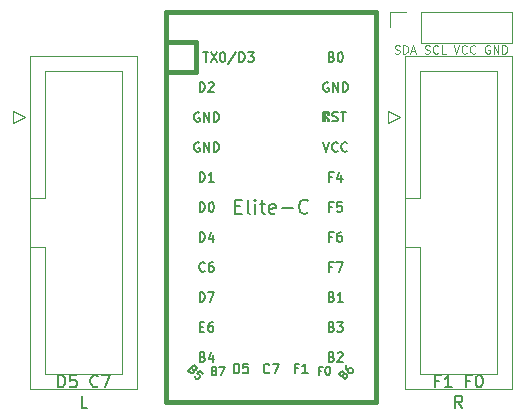
<source format=gto>
%TF.GenerationSoftware,KiCad,Pcbnew,(5.1.12-1-10_14)*%
%TF.CreationDate,2021-11-20T17:27:35+08:00*%
%TF.ProjectId,Pragmatic,50726167-6d61-4746-9963-2e6b69636164,V0.1*%
%TF.SameCoordinates,Original*%
%TF.FileFunction,Legend,Top*%
%TF.FilePolarity,Positive*%
%FSLAX46Y46*%
G04 Gerber Fmt 4.6, Leading zero omitted, Abs format (unit mm)*
G04 Created by KiCad (PCBNEW (5.1.12-1-10_14)) date 2021-11-20 17:27:35*
%MOMM*%
%LPD*%
G01*
G04 APERTURE LIST*
%ADD10C,0.203200*%
%ADD11C,0.152400*%
%ADD12C,0.101600*%
%ADD13C,0.120000*%
%ADD14C,0.381000*%
%ADD15C,0.150000*%
%ADD16O,1.700000X1.700000*%
%ADD17C,1.700000*%
%ADD18C,1.752600*%
%ADD19R,1.752600X1.752600*%
%ADD20R,1.700000X1.700000*%
G04 APERTURE END LIST*
D10*
X155889476Y-79199619D02*
X155550809Y-78715809D01*
X155308904Y-79199619D02*
X155308904Y-78183619D01*
X155695952Y-78183619D01*
X155792714Y-78232000D01*
X155841095Y-78280380D01*
X155889476Y-78377142D01*
X155889476Y-78522285D01*
X155841095Y-78619047D01*
X155792714Y-78667428D01*
X155695952Y-78715809D01*
X155308904Y-78715809D01*
X124139476Y-79199619D02*
X123655666Y-79199619D01*
X123655666Y-78183619D01*
D11*
X153930047Y-76914828D02*
X153591380Y-76914828D01*
X153591380Y-77447019D02*
X153591380Y-76431019D01*
X154075190Y-76431019D01*
X154994428Y-77447019D02*
X154413857Y-77447019D01*
X154704142Y-77447019D02*
X154704142Y-76431019D01*
X154607380Y-76576161D01*
X154510619Y-76672923D01*
X154413857Y-76721304D01*
X156542619Y-76914828D02*
X156203952Y-76914828D01*
X156203952Y-77447019D02*
X156203952Y-76431019D01*
X156687761Y-76431019D01*
X157268333Y-76431019D02*
X157365095Y-76431019D01*
X157461857Y-76479400D01*
X157510238Y-76527780D01*
X157558619Y-76624542D01*
X157607000Y-76818066D01*
X157607000Y-77059971D01*
X157558619Y-77253495D01*
X157510238Y-77350257D01*
X157461857Y-77398638D01*
X157365095Y-77447019D01*
X157268333Y-77447019D01*
X157171571Y-77398638D01*
X157123190Y-77350257D01*
X157074809Y-77253495D01*
X157026428Y-77059971D01*
X157026428Y-76818066D01*
X157074809Y-76624542D01*
X157123190Y-76527780D01*
X157171571Y-76479400D01*
X157268333Y-76431019D01*
X121696238Y-77447019D02*
X121696238Y-76431019D01*
X121938142Y-76431019D01*
X122083285Y-76479400D01*
X122180047Y-76576161D01*
X122228428Y-76672923D01*
X122276809Y-76866447D01*
X122276809Y-77011590D01*
X122228428Y-77205114D01*
X122180047Y-77301876D01*
X122083285Y-77398638D01*
X121938142Y-77447019D01*
X121696238Y-77447019D01*
X123196047Y-76431019D02*
X122712238Y-76431019D01*
X122663857Y-76914828D01*
X122712238Y-76866447D01*
X122809000Y-76818066D01*
X123050904Y-76818066D01*
X123147666Y-76866447D01*
X123196047Y-76914828D01*
X123244428Y-77011590D01*
X123244428Y-77253495D01*
X123196047Y-77350257D01*
X123147666Y-77398638D01*
X123050904Y-77447019D01*
X122809000Y-77447019D01*
X122712238Y-77398638D01*
X122663857Y-77350257D01*
X125034523Y-77350257D02*
X124986142Y-77398638D01*
X124841000Y-77447019D01*
X124744238Y-77447019D01*
X124599095Y-77398638D01*
X124502333Y-77301876D01*
X124453952Y-77205114D01*
X124405571Y-77011590D01*
X124405571Y-76866447D01*
X124453952Y-76672923D01*
X124502333Y-76576161D01*
X124599095Y-76479400D01*
X124744238Y-76431019D01*
X124841000Y-76431019D01*
X124986142Y-76479400D01*
X125034523Y-76527780D01*
X125373190Y-76431019D02*
X126050523Y-76431019D01*
X125615095Y-77447019D01*
D12*
X150181733Y-49182866D02*
X150283333Y-49216733D01*
X150452666Y-49216733D01*
X150520400Y-49182866D01*
X150554266Y-49149000D01*
X150588133Y-49081266D01*
X150588133Y-49013533D01*
X150554266Y-48945800D01*
X150520400Y-48911933D01*
X150452666Y-48878066D01*
X150317200Y-48844200D01*
X150249466Y-48810333D01*
X150215600Y-48776466D01*
X150181733Y-48708733D01*
X150181733Y-48641000D01*
X150215600Y-48573266D01*
X150249466Y-48539400D01*
X150317200Y-48505533D01*
X150486533Y-48505533D01*
X150588133Y-48539400D01*
X150892933Y-49216733D02*
X150892933Y-48505533D01*
X151062266Y-48505533D01*
X151163866Y-48539400D01*
X151231600Y-48607133D01*
X151265466Y-48674866D01*
X151299333Y-48810333D01*
X151299333Y-48911933D01*
X151265466Y-49047400D01*
X151231600Y-49115133D01*
X151163866Y-49182866D01*
X151062266Y-49216733D01*
X150892933Y-49216733D01*
X151570266Y-49013533D02*
X151908933Y-49013533D01*
X151502533Y-49216733D02*
X151739600Y-48505533D01*
X151976666Y-49216733D01*
X152721733Y-49182866D02*
X152823333Y-49216733D01*
X152992666Y-49216733D01*
X153060400Y-49182866D01*
X153094266Y-49149000D01*
X153128133Y-49081266D01*
X153128133Y-49013533D01*
X153094266Y-48945800D01*
X153060400Y-48911933D01*
X152992666Y-48878066D01*
X152857200Y-48844200D01*
X152789466Y-48810333D01*
X152755600Y-48776466D01*
X152721733Y-48708733D01*
X152721733Y-48641000D01*
X152755600Y-48573266D01*
X152789466Y-48539400D01*
X152857200Y-48505533D01*
X153026533Y-48505533D01*
X153128133Y-48539400D01*
X153839333Y-49149000D02*
X153805466Y-49182866D01*
X153703866Y-49216733D01*
X153636133Y-49216733D01*
X153534533Y-49182866D01*
X153466800Y-49115133D01*
X153432933Y-49047400D01*
X153399066Y-48911933D01*
X153399066Y-48810333D01*
X153432933Y-48674866D01*
X153466800Y-48607133D01*
X153534533Y-48539400D01*
X153636133Y-48505533D01*
X153703866Y-48505533D01*
X153805466Y-48539400D01*
X153839333Y-48573266D01*
X154482800Y-49216733D02*
X154144133Y-49216733D01*
X154144133Y-48505533D01*
X155160133Y-48505533D02*
X155397200Y-49216733D01*
X155634266Y-48505533D01*
X156277733Y-49149000D02*
X156243866Y-49182866D01*
X156142266Y-49216733D01*
X156074533Y-49216733D01*
X155972933Y-49182866D01*
X155905200Y-49115133D01*
X155871333Y-49047400D01*
X155837466Y-48911933D01*
X155837466Y-48810333D01*
X155871333Y-48674866D01*
X155905200Y-48607133D01*
X155972933Y-48539400D01*
X156074533Y-48505533D01*
X156142266Y-48505533D01*
X156243866Y-48539400D01*
X156277733Y-48573266D01*
X156988933Y-49149000D02*
X156955066Y-49182866D01*
X156853466Y-49216733D01*
X156785733Y-49216733D01*
X156684133Y-49182866D01*
X156616400Y-49115133D01*
X156582533Y-49047400D01*
X156548666Y-48911933D01*
X156548666Y-48810333D01*
X156582533Y-48674866D01*
X156616400Y-48607133D01*
X156684133Y-48539400D01*
X156785733Y-48505533D01*
X156853466Y-48505533D01*
X156955066Y-48539400D01*
X156988933Y-48573266D01*
X158208133Y-48539400D02*
X158140400Y-48505533D01*
X158038800Y-48505533D01*
X157937200Y-48539400D01*
X157869466Y-48607133D01*
X157835600Y-48674866D01*
X157801733Y-48810333D01*
X157801733Y-48911933D01*
X157835600Y-49047400D01*
X157869466Y-49115133D01*
X157937200Y-49182866D01*
X158038800Y-49216733D01*
X158106533Y-49216733D01*
X158208133Y-49182866D01*
X158242000Y-49149000D01*
X158242000Y-48911933D01*
X158106533Y-48911933D01*
X158546800Y-49216733D02*
X158546800Y-48505533D01*
X158953200Y-49216733D01*
X158953200Y-48505533D01*
X159291866Y-49216733D02*
X159291866Y-48505533D01*
X159461200Y-48505533D01*
X159562800Y-48539400D01*
X159630533Y-48607133D01*
X159664400Y-48674866D01*
X159698266Y-48810333D01*
X159698266Y-48911933D01*
X159664400Y-49047400D01*
X159630533Y-49115133D01*
X159562800Y-49182866D01*
X159461200Y-49216733D01*
X159291866Y-49216733D01*
D13*
X151015000Y-49400000D02*
X160135000Y-49400000D01*
X160135000Y-49400000D02*
X160135000Y-77600000D01*
X160135000Y-77600000D02*
X151015000Y-77600000D01*
X151015000Y-77600000D02*
X151015000Y-49400000D01*
X151015000Y-61450000D02*
X152325000Y-61450000D01*
X152325000Y-61450000D02*
X152325000Y-50700000D01*
X152325000Y-50700000D02*
X158825000Y-50700000D01*
X158825000Y-50700000D02*
X158825000Y-76300000D01*
X158825000Y-76300000D02*
X152325000Y-76300000D01*
X152325000Y-76300000D02*
X152325000Y-65550000D01*
X152325000Y-65550000D02*
X152325000Y-65550000D01*
X152325000Y-65550000D02*
X151015000Y-65550000D01*
X150625000Y-54610000D02*
X149625000Y-54110000D01*
X149625000Y-54110000D02*
X149625000Y-55110000D01*
X149625000Y-55110000D02*
X150625000Y-54610000D01*
X119265000Y-49400000D02*
X128385000Y-49400000D01*
X128385000Y-49400000D02*
X128385000Y-77600000D01*
X128385000Y-77600000D02*
X119265000Y-77600000D01*
X119265000Y-77600000D02*
X119265000Y-49400000D01*
X119265000Y-61450000D02*
X120575000Y-61450000D01*
X120575000Y-61450000D02*
X120575000Y-50700000D01*
X120575000Y-50700000D02*
X127075000Y-50700000D01*
X127075000Y-50700000D02*
X127075000Y-76300000D01*
X127075000Y-76300000D02*
X120575000Y-76300000D01*
X120575000Y-76300000D02*
X120575000Y-65550000D01*
X120575000Y-65550000D02*
X120575000Y-65550000D01*
X120575000Y-65550000D02*
X119265000Y-65550000D01*
X118875000Y-54610000D02*
X117875000Y-54110000D01*
X117875000Y-54110000D02*
X117875000Y-55110000D01*
X117875000Y-55110000D02*
X118875000Y-54610000D01*
D14*
X130810000Y-48260000D02*
X130810000Y-78740000D01*
X130810000Y-78740000D02*
X148590000Y-78740000D01*
X148590000Y-78740000D02*
X148590000Y-48260000D01*
X133350000Y-48260000D02*
X133350000Y-50800000D01*
X133350000Y-50800000D02*
X130810000Y-50800000D01*
D15*
G36*
X144631568Y-54139360D02*
G01*
X144631568Y-54439360D01*
X144531568Y-54439360D01*
X144531568Y-54139360D01*
X144631568Y-54139360D01*
G37*
X144631568Y-54139360D02*
X144631568Y-54439360D01*
X144531568Y-54439360D01*
X144531568Y-54139360D01*
X144631568Y-54139360D01*
G36*
X144431568Y-54539360D02*
G01*
X144431568Y-54639360D01*
X144331568Y-54639360D01*
X144331568Y-54539360D01*
X144431568Y-54539360D01*
G37*
X144431568Y-54539360D02*
X144431568Y-54639360D01*
X144331568Y-54639360D01*
X144331568Y-54539360D01*
X144431568Y-54539360D01*
G36*
X144631568Y-54139360D02*
G01*
X144631568Y-54239360D01*
X144131568Y-54239360D01*
X144131568Y-54139360D01*
X144631568Y-54139360D01*
G37*
X144631568Y-54139360D02*
X144631568Y-54239360D01*
X144131568Y-54239360D01*
X144131568Y-54139360D01*
X144631568Y-54139360D01*
G36*
X144231568Y-54139360D02*
G01*
X144231568Y-54939360D01*
X144131568Y-54939360D01*
X144131568Y-54139360D01*
X144231568Y-54139360D01*
G37*
X144231568Y-54139360D02*
X144231568Y-54939360D01*
X144131568Y-54939360D01*
X144131568Y-54139360D01*
X144231568Y-54139360D01*
G36*
X144631568Y-54739360D02*
G01*
X144631568Y-54939360D01*
X144531568Y-54939360D01*
X144531568Y-54739360D01*
X144631568Y-54739360D01*
G37*
X144631568Y-54739360D02*
X144631568Y-54939360D01*
X144531568Y-54939360D01*
X144531568Y-54739360D01*
X144631568Y-54739360D01*
D14*
X148590000Y-48260000D02*
X148590000Y-45720000D01*
X148590000Y-45720000D02*
X130810000Y-45720000D01*
X130810000Y-45720000D02*
X130810000Y-48260000D01*
X133350000Y-48260000D02*
X130810000Y-48260000D01*
D13*
X149800000Y-46990000D02*
X149800000Y-45660000D01*
X149800000Y-45660000D02*
X151130000Y-45660000D01*
X152400000Y-45660000D02*
X160080000Y-45660000D01*
X160080000Y-48320000D02*
X160080000Y-45660000D01*
X152400000Y-48320000D02*
X160080000Y-48320000D01*
X152400000Y-48320000D02*
X152400000Y-45660000D01*
D10*
X136642857Y-62144285D02*
X137042857Y-62144285D01*
X137214285Y-62772857D02*
X136642857Y-62772857D01*
X136642857Y-61572857D01*
X137214285Y-61572857D01*
X137900000Y-62772857D02*
X137785714Y-62715714D01*
X137728571Y-62601428D01*
X137728571Y-61572857D01*
X138357142Y-62772857D02*
X138357142Y-61972857D01*
X138357142Y-61572857D02*
X138300000Y-61630000D01*
X138357142Y-61687142D01*
X138414285Y-61630000D01*
X138357142Y-61572857D01*
X138357142Y-61687142D01*
X138757142Y-61972857D02*
X139214285Y-61972857D01*
X138928571Y-61572857D02*
X138928571Y-62601428D01*
X138985714Y-62715714D01*
X139100000Y-62772857D01*
X139214285Y-62772857D01*
X140071428Y-62715714D02*
X139957142Y-62772857D01*
X139728571Y-62772857D01*
X139614285Y-62715714D01*
X139557142Y-62601428D01*
X139557142Y-62144285D01*
X139614285Y-62030000D01*
X139728571Y-61972857D01*
X139957142Y-61972857D01*
X140071428Y-62030000D01*
X140128571Y-62144285D01*
X140128571Y-62258571D01*
X139557142Y-62372857D01*
X140642857Y-62315714D02*
X141557142Y-62315714D01*
X142814285Y-62658571D02*
X142757142Y-62715714D01*
X142585714Y-62772857D01*
X142471428Y-62772857D01*
X142300000Y-62715714D01*
X142185714Y-62601428D01*
X142128571Y-62487142D01*
X142071428Y-62258571D01*
X142071428Y-62087142D01*
X142128571Y-61858571D01*
X142185714Y-61744285D01*
X142300000Y-61630000D01*
X142471428Y-61572857D01*
X142585714Y-61572857D01*
X142757142Y-61630000D01*
X142814285Y-61687142D01*
D15*
X136569523Y-76261904D02*
X136569523Y-75461904D01*
X136760000Y-75461904D01*
X136874285Y-75500000D01*
X136950476Y-75576190D01*
X136988571Y-75652380D01*
X137026666Y-75804761D01*
X137026666Y-75919047D01*
X136988571Y-76071428D01*
X136950476Y-76147619D01*
X136874285Y-76223809D01*
X136760000Y-76261904D01*
X136569523Y-76261904D01*
X137750476Y-75461904D02*
X137369523Y-75461904D01*
X137331428Y-75842857D01*
X137369523Y-75804761D01*
X137445714Y-75766666D01*
X137636190Y-75766666D01*
X137712380Y-75804761D01*
X137750476Y-75842857D01*
X137788571Y-75919047D01*
X137788571Y-76109523D01*
X137750476Y-76185714D01*
X137712380Y-76223809D01*
X137636190Y-76261904D01*
X137445714Y-76261904D01*
X137369523Y-76223809D01*
X137331428Y-76185714D01*
X141973333Y-75842857D02*
X141706666Y-75842857D01*
X141706666Y-76261904D02*
X141706666Y-75461904D01*
X142087619Y-75461904D01*
X142811428Y-76261904D02*
X142354285Y-76261904D01*
X142582857Y-76261904D02*
X142582857Y-75461904D01*
X142506666Y-75576190D01*
X142430476Y-75652380D01*
X142354285Y-75690476D01*
X139566666Y-76185714D02*
X139528571Y-76223809D01*
X139414285Y-76261904D01*
X139338095Y-76261904D01*
X139223809Y-76223809D01*
X139147619Y-76147619D01*
X139109523Y-76071428D01*
X139071428Y-75919047D01*
X139071428Y-75804761D01*
X139109523Y-75652380D01*
X139147619Y-75576190D01*
X139223809Y-75500000D01*
X139338095Y-75461904D01*
X139414285Y-75461904D01*
X139528571Y-75500000D01*
X139566666Y-75538095D01*
X139833333Y-75461904D02*
X140366666Y-75461904D01*
X140023809Y-76261904D01*
X145864297Y-76364991D02*
X145958578Y-76317851D01*
X146005719Y-76317851D01*
X146076429Y-76341421D01*
X146147140Y-76412132D01*
X146170710Y-76482842D01*
X146170710Y-76529983D01*
X146147140Y-76600693D01*
X145958578Y-76789255D01*
X145463603Y-76294280D01*
X145628595Y-76129289D01*
X145699306Y-76105719D01*
X145746446Y-76105719D01*
X145817157Y-76129289D01*
X145864297Y-76176429D01*
X145887867Y-76247140D01*
X145887867Y-76294280D01*
X145864297Y-76364991D01*
X145699306Y-76529983D01*
X146170710Y-75587174D02*
X146076429Y-75681455D01*
X146052859Y-75752165D01*
X146052859Y-75799306D01*
X146076429Y-75917157D01*
X146147140Y-76035008D01*
X146335702Y-76223570D01*
X146406412Y-76247140D01*
X146453553Y-76247140D01*
X146524264Y-76223570D01*
X146618544Y-76129289D01*
X146642115Y-76058578D01*
X146642115Y-76011438D01*
X146618544Y-75940727D01*
X146500693Y-75822876D01*
X146429983Y-75799306D01*
X146382842Y-75799306D01*
X146312132Y-75822876D01*
X146217851Y-75917157D01*
X146194280Y-75987867D01*
X146194280Y-76035008D01*
X146217851Y-76105719D01*
X143966666Y-76050000D02*
X143733333Y-76050000D01*
X143733333Y-76416666D02*
X143733333Y-75716666D01*
X144066666Y-75716666D01*
X144466666Y-75716666D02*
X144533333Y-75716666D01*
X144600000Y-75750000D01*
X144633333Y-75783333D01*
X144666666Y-75850000D01*
X144700000Y-75983333D01*
X144700000Y-76150000D01*
X144666666Y-76283333D01*
X144633333Y-76350000D01*
X144600000Y-76383333D01*
X144533333Y-76416666D01*
X144466666Y-76416666D01*
X144400000Y-76383333D01*
X144366666Y-76350000D01*
X144333333Y-76283333D01*
X144300000Y-76150000D01*
X144300000Y-75983333D01*
X144333333Y-75850000D01*
X144366666Y-75783333D01*
X144400000Y-75750000D01*
X144466666Y-75716666D01*
X134916666Y-76050000D02*
X135016666Y-76083333D01*
X135050000Y-76116666D01*
X135083333Y-76183333D01*
X135083333Y-76283333D01*
X135050000Y-76350000D01*
X135016666Y-76383333D01*
X134950000Y-76416666D01*
X134683333Y-76416666D01*
X134683333Y-75716666D01*
X134916666Y-75716666D01*
X134983333Y-75750000D01*
X135016666Y-75783333D01*
X135050000Y-75850000D01*
X135050000Y-75916666D01*
X135016666Y-75983333D01*
X134983333Y-76016666D01*
X134916666Y-76050000D01*
X134683333Y-76050000D01*
X135316666Y-75716666D02*
X135783333Y-75716666D01*
X135483333Y-76416666D01*
X133937651Y-49091904D02*
X134394794Y-49091904D01*
X134166223Y-49891904D02*
X134166223Y-49091904D01*
X134585270Y-49091904D02*
X135118604Y-49891904D01*
X135118604Y-49091904D02*
X134585270Y-49891904D01*
X135575747Y-49091904D02*
X135651937Y-49091904D01*
X135728128Y-49130000D01*
X135766223Y-49168095D01*
X135804318Y-49244285D01*
X135842413Y-49396666D01*
X135842413Y-49587142D01*
X135804318Y-49739523D01*
X135766223Y-49815714D01*
X135728128Y-49853809D01*
X135651937Y-49891904D01*
X135575747Y-49891904D01*
X135499556Y-49853809D01*
X135461461Y-49815714D01*
X135423366Y-49739523D01*
X135385270Y-49587142D01*
X135385270Y-49396666D01*
X135423366Y-49244285D01*
X135461461Y-49168095D01*
X135499556Y-49130000D01*
X135575747Y-49091904D01*
X136756699Y-49053809D02*
X136070985Y-50082380D01*
X137023366Y-49891904D02*
X137023366Y-49091904D01*
X137213842Y-49091904D01*
X137328128Y-49130000D01*
X137404318Y-49206190D01*
X137442413Y-49282380D01*
X137480508Y-49434761D01*
X137480508Y-49549047D01*
X137442413Y-49701428D01*
X137404318Y-49777619D01*
X137328128Y-49853809D01*
X137213842Y-49891904D01*
X137023366Y-49891904D01*
X137747175Y-49091904D02*
X138242413Y-49091904D01*
X137975747Y-49396666D01*
X138090032Y-49396666D01*
X138166223Y-49434761D01*
X138204318Y-49472857D01*
X138242413Y-49549047D01*
X138242413Y-49739523D01*
X138204318Y-49815714D01*
X138166223Y-49853809D01*
X138090032Y-49891904D01*
X137861461Y-49891904D01*
X137785270Y-49853809D01*
X137747175Y-49815714D01*
X133648523Y-52431904D02*
X133648523Y-51631904D01*
X133839000Y-51631904D01*
X133953285Y-51670000D01*
X134029476Y-51746190D01*
X134067571Y-51822380D01*
X134105666Y-51974761D01*
X134105666Y-52089047D01*
X134067571Y-52241428D01*
X134029476Y-52317619D01*
X133953285Y-52393809D01*
X133839000Y-52431904D01*
X133648523Y-52431904D01*
X134410428Y-51708095D02*
X134448523Y-51670000D01*
X134524714Y-51631904D01*
X134715190Y-51631904D01*
X134791380Y-51670000D01*
X134829476Y-51708095D01*
X134867571Y-51784285D01*
X134867571Y-51860476D01*
X134829476Y-51974761D01*
X134372333Y-52431904D01*
X134867571Y-52431904D01*
X133648523Y-62591904D02*
X133648523Y-61791904D01*
X133839000Y-61791904D01*
X133953285Y-61830000D01*
X134029476Y-61906190D01*
X134067571Y-61982380D01*
X134105666Y-62134761D01*
X134105666Y-62249047D01*
X134067571Y-62401428D01*
X134029476Y-62477619D01*
X133953285Y-62553809D01*
X133839000Y-62591904D01*
X133648523Y-62591904D01*
X134600904Y-61791904D02*
X134677095Y-61791904D01*
X134753285Y-61830000D01*
X134791380Y-61868095D01*
X134829476Y-61944285D01*
X134867571Y-62096666D01*
X134867571Y-62287142D01*
X134829476Y-62439523D01*
X134791380Y-62515714D01*
X134753285Y-62553809D01*
X134677095Y-62591904D01*
X134600904Y-62591904D01*
X134524714Y-62553809D01*
X134486619Y-62515714D01*
X134448523Y-62439523D01*
X134410428Y-62287142D01*
X134410428Y-62096666D01*
X134448523Y-61944285D01*
X134486619Y-61868095D01*
X134524714Y-61830000D01*
X134600904Y-61791904D01*
X133648523Y-60051904D02*
X133648523Y-59251904D01*
X133839000Y-59251904D01*
X133953285Y-59290000D01*
X134029476Y-59366190D01*
X134067571Y-59442380D01*
X134105666Y-59594761D01*
X134105666Y-59709047D01*
X134067571Y-59861428D01*
X134029476Y-59937619D01*
X133953285Y-60013809D01*
X133839000Y-60051904D01*
X133648523Y-60051904D01*
X134867571Y-60051904D02*
X134410428Y-60051904D01*
X134639000Y-60051904D02*
X134639000Y-59251904D01*
X134562809Y-59366190D01*
X134486619Y-59442380D01*
X134410428Y-59480476D01*
X133629476Y-56750000D02*
X133553285Y-56711904D01*
X133439000Y-56711904D01*
X133324714Y-56750000D01*
X133248523Y-56826190D01*
X133210428Y-56902380D01*
X133172333Y-57054761D01*
X133172333Y-57169047D01*
X133210428Y-57321428D01*
X133248523Y-57397619D01*
X133324714Y-57473809D01*
X133439000Y-57511904D01*
X133515190Y-57511904D01*
X133629476Y-57473809D01*
X133667571Y-57435714D01*
X133667571Y-57169047D01*
X133515190Y-57169047D01*
X134010428Y-57511904D02*
X134010428Y-56711904D01*
X134467571Y-57511904D01*
X134467571Y-56711904D01*
X134848523Y-57511904D02*
X134848523Y-56711904D01*
X135039000Y-56711904D01*
X135153285Y-56750000D01*
X135229476Y-56826190D01*
X135267571Y-56902380D01*
X135305666Y-57054761D01*
X135305666Y-57169047D01*
X135267571Y-57321428D01*
X135229476Y-57397619D01*
X135153285Y-57473809D01*
X135039000Y-57511904D01*
X134848523Y-57511904D01*
X133629476Y-54210000D02*
X133553285Y-54171904D01*
X133439000Y-54171904D01*
X133324714Y-54210000D01*
X133248523Y-54286190D01*
X133210428Y-54362380D01*
X133172333Y-54514761D01*
X133172333Y-54629047D01*
X133210428Y-54781428D01*
X133248523Y-54857619D01*
X133324714Y-54933809D01*
X133439000Y-54971904D01*
X133515190Y-54971904D01*
X133629476Y-54933809D01*
X133667571Y-54895714D01*
X133667571Y-54629047D01*
X133515190Y-54629047D01*
X134010428Y-54971904D02*
X134010428Y-54171904D01*
X134467571Y-54971904D01*
X134467571Y-54171904D01*
X134848523Y-54971904D02*
X134848523Y-54171904D01*
X135039000Y-54171904D01*
X135153285Y-54210000D01*
X135229476Y-54286190D01*
X135267571Y-54362380D01*
X135305666Y-54514761D01*
X135305666Y-54629047D01*
X135267571Y-54781428D01*
X135229476Y-54857619D01*
X135153285Y-54933809D01*
X135039000Y-54971904D01*
X134848523Y-54971904D01*
X133648523Y-65131904D02*
X133648523Y-64331904D01*
X133839000Y-64331904D01*
X133953285Y-64370000D01*
X134029476Y-64446190D01*
X134067571Y-64522380D01*
X134105666Y-64674761D01*
X134105666Y-64789047D01*
X134067571Y-64941428D01*
X134029476Y-65017619D01*
X133953285Y-65093809D01*
X133839000Y-65131904D01*
X133648523Y-65131904D01*
X134791380Y-64598571D02*
X134791380Y-65131904D01*
X134600904Y-64293809D02*
X134410428Y-64865238D01*
X134905666Y-64865238D01*
X134105666Y-67595714D02*
X134067571Y-67633809D01*
X133953285Y-67671904D01*
X133877095Y-67671904D01*
X133762809Y-67633809D01*
X133686619Y-67557619D01*
X133648523Y-67481428D01*
X133610428Y-67329047D01*
X133610428Y-67214761D01*
X133648523Y-67062380D01*
X133686619Y-66986190D01*
X133762809Y-66910000D01*
X133877095Y-66871904D01*
X133953285Y-66871904D01*
X134067571Y-66910000D01*
X134105666Y-66948095D01*
X134791380Y-66871904D02*
X134639000Y-66871904D01*
X134562809Y-66910000D01*
X134524714Y-66948095D01*
X134448523Y-67062380D01*
X134410428Y-67214761D01*
X134410428Y-67519523D01*
X134448523Y-67595714D01*
X134486619Y-67633809D01*
X134562809Y-67671904D01*
X134715190Y-67671904D01*
X134791380Y-67633809D01*
X134829476Y-67595714D01*
X134867571Y-67519523D01*
X134867571Y-67329047D01*
X134829476Y-67252857D01*
X134791380Y-67214761D01*
X134715190Y-67176666D01*
X134562809Y-67176666D01*
X134486619Y-67214761D01*
X134448523Y-67252857D01*
X134410428Y-67329047D01*
X133648523Y-70211904D02*
X133648523Y-69411904D01*
X133839000Y-69411904D01*
X133953285Y-69450000D01*
X134029476Y-69526190D01*
X134067571Y-69602380D01*
X134105666Y-69754761D01*
X134105666Y-69869047D01*
X134067571Y-70021428D01*
X134029476Y-70097619D01*
X133953285Y-70173809D01*
X133839000Y-70211904D01*
X133648523Y-70211904D01*
X134372333Y-69411904D02*
X134905666Y-69411904D01*
X134562809Y-70211904D01*
X133686619Y-72332857D02*
X133953285Y-72332857D01*
X134067571Y-72751904D02*
X133686619Y-72751904D01*
X133686619Y-71951904D01*
X134067571Y-71951904D01*
X134753285Y-71951904D02*
X134600904Y-71951904D01*
X134524714Y-71990000D01*
X134486619Y-72028095D01*
X134410428Y-72142380D01*
X134372333Y-72294761D01*
X134372333Y-72599523D01*
X134410428Y-72675714D01*
X134448523Y-72713809D01*
X134524714Y-72751904D01*
X134677095Y-72751904D01*
X134753285Y-72713809D01*
X134791380Y-72675714D01*
X134829476Y-72599523D01*
X134829476Y-72409047D01*
X134791380Y-72332857D01*
X134753285Y-72294761D01*
X134677095Y-72256666D01*
X134524714Y-72256666D01*
X134448523Y-72294761D01*
X134410428Y-72332857D01*
X134372333Y-72409047D01*
X133915190Y-74872857D02*
X134029476Y-74910952D01*
X134067571Y-74949047D01*
X134105666Y-75025238D01*
X134105666Y-75139523D01*
X134067571Y-75215714D01*
X134029476Y-75253809D01*
X133953285Y-75291904D01*
X133648523Y-75291904D01*
X133648523Y-74491904D01*
X133915190Y-74491904D01*
X133991380Y-74530000D01*
X134029476Y-74568095D01*
X134067571Y-74644285D01*
X134067571Y-74720476D01*
X134029476Y-74796666D01*
X133991380Y-74834761D01*
X133915190Y-74872857D01*
X133648523Y-74872857D01*
X134791380Y-74758571D02*
X134791380Y-75291904D01*
X134600904Y-74453809D02*
X134410428Y-75025238D01*
X134905666Y-75025238D01*
X133135008Y-75964297D02*
X133182148Y-76058578D01*
X133182148Y-76105719D01*
X133158578Y-76176429D01*
X133087867Y-76247140D01*
X133017157Y-76270710D01*
X132970016Y-76270710D01*
X132899306Y-76247140D01*
X132710744Y-76058578D01*
X133205719Y-75563603D01*
X133370710Y-75728595D01*
X133394280Y-75799306D01*
X133394280Y-75846446D01*
X133370710Y-75917157D01*
X133323570Y-75964297D01*
X133252859Y-75987867D01*
X133205719Y-75987867D01*
X133135008Y-75964297D01*
X132970016Y-75799306D01*
X133936396Y-76294280D02*
X133700693Y-76058578D01*
X133441421Y-76270710D01*
X133488561Y-76270710D01*
X133559272Y-76294280D01*
X133677123Y-76412132D01*
X133700693Y-76482842D01*
X133700693Y-76529983D01*
X133677123Y-76600693D01*
X133559272Y-76718544D01*
X133488561Y-76742115D01*
X133441421Y-76742115D01*
X133370710Y-76718544D01*
X133252859Y-76600693D01*
X133229289Y-76529983D01*
X133229289Y-76482842D01*
X144837190Y-72332857D02*
X144951476Y-72370952D01*
X144989571Y-72409047D01*
X145027666Y-72485238D01*
X145027666Y-72599523D01*
X144989571Y-72675714D01*
X144951476Y-72713809D01*
X144875285Y-72751904D01*
X144570523Y-72751904D01*
X144570523Y-71951904D01*
X144837190Y-71951904D01*
X144913380Y-71990000D01*
X144951476Y-72028095D01*
X144989571Y-72104285D01*
X144989571Y-72180476D01*
X144951476Y-72256666D01*
X144913380Y-72294761D01*
X144837190Y-72332857D01*
X144570523Y-72332857D01*
X145294333Y-71951904D02*
X145789571Y-71951904D01*
X145522904Y-72256666D01*
X145637190Y-72256666D01*
X145713380Y-72294761D01*
X145751476Y-72332857D01*
X145789571Y-72409047D01*
X145789571Y-72599523D01*
X145751476Y-72675714D01*
X145713380Y-72713809D01*
X145637190Y-72751904D01*
X145408619Y-72751904D01*
X145332428Y-72713809D01*
X145294333Y-72675714D01*
X144837190Y-69792857D02*
X144951476Y-69830952D01*
X144989571Y-69869047D01*
X145027666Y-69945238D01*
X145027666Y-70059523D01*
X144989571Y-70135714D01*
X144951476Y-70173809D01*
X144875285Y-70211904D01*
X144570523Y-70211904D01*
X144570523Y-69411904D01*
X144837190Y-69411904D01*
X144913380Y-69450000D01*
X144951476Y-69488095D01*
X144989571Y-69564285D01*
X144989571Y-69640476D01*
X144951476Y-69716666D01*
X144913380Y-69754761D01*
X144837190Y-69792857D01*
X144570523Y-69792857D01*
X145789571Y-70211904D02*
X145332428Y-70211904D01*
X145561000Y-70211904D02*
X145561000Y-69411904D01*
X145484809Y-69526190D01*
X145408619Y-69602380D01*
X145332428Y-69640476D01*
X144894333Y-59632857D02*
X144627666Y-59632857D01*
X144627666Y-60051904D02*
X144627666Y-59251904D01*
X145008619Y-59251904D01*
X145656238Y-59518571D02*
X145656238Y-60051904D01*
X145465761Y-59213809D02*
X145275285Y-59785238D01*
X145770523Y-59785238D01*
X144094333Y-56711904D02*
X144361000Y-57511904D01*
X144627666Y-56711904D01*
X145351476Y-57435714D02*
X145313380Y-57473809D01*
X145199095Y-57511904D01*
X145122904Y-57511904D01*
X145008619Y-57473809D01*
X144932428Y-57397619D01*
X144894333Y-57321428D01*
X144856238Y-57169047D01*
X144856238Y-57054761D01*
X144894333Y-56902380D01*
X144932428Y-56826190D01*
X145008619Y-56750000D01*
X145122904Y-56711904D01*
X145199095Y-56711904D01*
X145313380Y-56750000D01*
X145351476Y-56788095D01*
X146151476Y-57435714D02*
X146113380Y-57473809D01*
X145999095Y-57511904D01*
X145922904Y-57511904D01*
X145808619Y-57473809D01*
X145732428Y-57397619D01*
X145694333Y-57321428D01*
X145656238Y-57169047D01*
X145656238Y-57054761D01*
X145694333Y-56902380D01*
X145732428Y-56826190D01*
X145808619Y-56750000D01*
X145922904Y-56711904D01*
X145999095Y-56711904D01*
X146113380Y-56750000D01*
X146151476Y-56788095D01*
X144899786Y-54903809D02*
X145014072Y-54941904D01*
X145204548Y-54941904D01*
X145280739Y-54903809D01*
X145318834Y-54865714D01*
X145356929Y-54789523D01*
X145356929Y-54713333D01*
X145318834Y-54637142D01*
X145280739Y-54599047D01*
X145204548Y-54560952D01*
X145052167Y-54522857D01*
X144975977Y-54484761D01*
X144937881Y-54446666D01*
X144899786Y-54370476D01*
X144899786Y-54294285D01*
X144937881Y-54218095D01*
X144975977Y-54180000D01*
X145052167Y-54141904D01*
X145242643Y-54141904D01*
X145356929Y-54180000D01*
X145585500Y-54141904D02*
X146042643Y-54141904D01*
X145814072Y-54941904D02*
X145814072Y-54141904D01*
X144551476Y-51670000D02*
X144475285Y-51631904D01*
X144361000Y-51631904D01*
X144246714Y-51670000D01*
X144170523Y-51746190D01*
X144132428Y-51822380D01*
X144094333Y-51974761D01*
X144094333Y-52089047D01*
X144132428Y-52241428D01*
X144170523Y-52317619D01*
X144246714Y-52393809D01*
X144361000Y-52431904D01*
X144437190Y-52431904D01*
X144551476Y-52393809D01*
X144589571Y-52355714D01*
X144589571Y-52089047D01*
X144437190Y-52089047D01*
X144932428Y-52431904D02*
X144932428Y-51631904D01*
X145389571Y-52431904D01*
X145389571Y-51631904D01*
X145770523Y-52431904D02*
X145770523Y-51631904D01*
X145961000Y-51631904D01*
X146075285Y-51670000D01*
X146151476Y-51746190D01*
X146189571Y-51822380D01*
X146227666Y-51974761D01*
X146227666Y-52089047D01*
X146189571Y-52241428D01*
X146151476Y-52317619D01*
X146075285Y-52393809D01*
X145961000Y-52431904D01*
X145770523Y-52431904D01*
X144837190Y-49472857D02*
X144951476Y-49510952D01*
X144989571Y-49549047D01*
X145027666Y-49625238D01*
X145027666Y-49739523D01*
X144989571Y-49815714D01*
X144951476Y-49853809D01*
X144875285Y-49891904D01*
X144570523Y-49891904D01*
X144570523Y-49091904D01*
X144837190Y-49091904D01*
X144913380Y-49130000D01*
X144951476Y-49168095D01*
X144989571Y-49244285D01*
X144989571Y-49320476D01*
X144951476Y-49396666D01*
X144913380Y-49434761D01*
X144837190Y-49472857D01*
X144570523Y-49472857D01*
X145522904Y-49091904D02*
X145599095Y-49091904D01*
X145675285Y-49130000D01*
X145713380Y-49168095D01*
X145751476Y-49244285D01*
X145789571Y-49396666D01*
X145789571Y-49587142D01*
X145751476Y-49739523D01*
X145713380Y-49815714D01*
X145675285Y-49853809D01*
X145599095Y-49891904D01*
X145522904Y-49891904D01*
X145446714Y-49853809D01*
X145408619Y-49815714D01*
X145370523Y-49739523D01*
X145332428Y-49587142D01*
X145332428Y-49396666D01*
X145370523Y-49244285D01*
X145408619Y-49168095D01*
X145446714Y-49130000D01*
X145522904Y-49091904D01*
X144894333Y-62172857D02*
X144627666Y-62172857D01*
X144627666Y-62591904D02*
X144627666Y-61791904D01*
X145008619Y-61791904D01*
X145694333Y-61791904D02*
X145313380Y-61791904D01*
X145275285Y-62172857D01*
X145313380Y-62134761D01*
X145389571Y-62096666D01*
X145580047Y-62096666D01*
X145656238Y-62134761D01*
X145694333Y-62172857D01*
X145732428Y-62249047D01*
X145732428Y-62439523D01*
X145694333Y-62515714D01*
X145656238Y-62553809D01*
X145580047Y-62591904D01*
X145389571Y-62591904D01*
X145313380Y-62553809D01*
X145275285Y-62515714D01*
X144894333Y-64712857D02*
X144627666Y-64712857D01*
X144627666Y-65131904D02*
X144627666Y-64331904D01*
X145008619Y-64331904D01*
X145656238Y-64331904D02*
X145503857Y-64331904D01*
X145427666Y-64370000D01*
X145389571Y-64408095D01*
X145313380Y-64522380D01*
X145275285Y-64674761D01*
X145275285Y-64979523D01*
X145313380Y-65055714D01*
X145351476Y-65093809D01*
X145427666Y-65131904D01*
X145580047Y-65131904D01*
X145656238Y-65093809D01*
X145694333Y-65055714D01*
X145732428Y-64979523D01*
X145732428Y-64789047D01*
X145694333Y-64712857D01*
X145656238Y-64674761D01*
X145580047Y-64636666D01*
X145427666Y-64636666D01*
X145351476Y-64674761D01*
X145313380Y-64712857D01*
X145275285Y-64789047D01*
X144894333Y-67252857D02*
X144627666Y-67252857D01*
X144627666Y-67671904D02*
X144627666Y-66871904D01*
X145008619Y-66871904D01*
X145237190Y-66871904D02*
X145770523Y-66871904D01*
X145427666Y-67671904D01*
X144837190Y-74872857D02*
X144951476Y-74910952D01*
X144989571Y-74949047D01*
X145027666Y-75025238D01*
X145027666Y-75139523D01*
X144989571Y-75215714D01*
X144951476Y-75253809D01*
X144875285Y-75291904D01*
X144570523Y-75291904D01*
X144570523Y-74491904D01*
X144837190Y-74491904D01*
X144913380Y-74530000D01*
X144951476Y-74568095D01*
X144989571Y-74644285D01*
X144989571Y-74720476D01*
X144951476Y-74796666D01*
X144913380Y-74834761D01*
X144837190Y-74872857D01*
X144570523Y-74872857D01*
X145332428Y-74568095D02*
X145370523Y-74530000D01*
X145446714Y-74491904D01*
X145637190Y-74491904D01*
X145713380Y-74530000D01*
X145751476Y-74568095D01*
X145789571Y-74644285D01*
X145789571Y-74720476D01*
X145751476Y-74834761D01*
X145294333Y-75291904D01*
X145789571Y-75291904D01*
%LPC*%
D11*
X121490619Y-48084619D02*
X121490619Y-47068619D01*
X121877666Y-47068619D01*
X121974428Y-47117000D01*
X122022809Y-47165380D01*
X122071190Y-47262142D01*
X122071190Y-47407285D01*
X122022809Y-47504047D01*
X121974428Y-47552428D01*
X121877666Y-47600809D01*
X121490619Y-47600809D01*
X122506619Y-48084619D02*
X122506619Y-47407285D01*
X122506619Y-47600809D02*
X122555000Y-47504047D01*
X122603380Y-47455666D01*
X122700142Y-47407285D01*
X122796904Y-47407285D01*
X123571000Y-48084619D02*
X123571000Y-47552428D01*
X123522619Y-47455666D01*
X123425857Y-47407285D01*
X123232333Y-47407285D01*
X123135571Y-47455666D01*
X123571000Y-48036238D02*
X123474238Y-48084619D01*
X123232333Y-48084619D01*
X123135571Y-48036238D01*
X123087190Y-47939476D01*
X123087190Y-47842714D01*
X123135571Y-47745952D01*
X123232333Y-47697571D01*
X123474238Y-47697571D01*
X123571000Y-47649190D01*
X124490238Y-47407285D02*
X124490238Y-48229761D01*
X124441857Y-48326523D01*
X124393476Y-48374904D01*
X124296714Y-48423285D01*
X124151571Y-48423285D01*
X124054809Y-48374904D01*
X124490238Y-48036238D02*
X124393476Y-48084619D01*
X124199952Y-48084619D01*
X124103190Y-48036238D01*
X124054809Y-47987857D01*
X124006428Y-47891095D01*
X124006428Y-47600809D01*
X124054809Y-47504047D01*
X124103190Y-47455666D01*
X124199952Y-47407285D01*
X124393476Y-47407285D01*
X124490238Y-47455666D01*
X124974047Y-48084619D02*
X124974047Y-47407285D01*
X124974047Y-47504047D02*
X125022428Y-47455666D01*
X125119190Y-47407285D01*
X125264333Y-47407285D01*
X125361095Y-47455666D01*
X125409476Y-47552428D01*
X125409476Y-48084619D01*
X125409476Y-47552428D02*
X125457857Y-47455666D01*
X125554619Y-47407285D01*
X125699761Y-47407285D01*
X125796523Y-47455666D01*
X125844904Y-47552428D01*
X125844904Y-48084619D01*
X126764142Y-48084619D02*
X126764142Y-47552428D01*
X126715761Y-47455666D01*
X126619000Y-47407285D01*
X126425476Y-47407285D01*
X126328714Y-47455666D01*
X126764142Y-48036238D02*
X126667380Y-48084619D01*
X126425476Y-48084619D01*
X126328714Y-48036238D01*
X126280333Y-47939476D01*
X126280333Y-47842714D01*
X126328714Y-47745952D01*
X126425476Y-47697571D01*
X126667380Y-47697571D01*
X126764142Y-47649190D01*
X127102809Y-47407285D02*
X127489857Y-47407285D01*
X127247952Y-47068619D02*
X127247952Y-47939476D01*
X127296333Y-48036238D01*
X127393095Y-48084619D01*
X127489857Y-48084619D01*
X127828523Y-48084619D02*
X127828523Y-47407285D01*
X127828523Y-47068619D02*
X127780142Y-47117000D01*
X127828523Y-47165380D01*
X127876904Y-47117000D01*
X127828523Y-47068619D01*
X127828523Y-47165380D01*
X128747761Y-48036238D02*
X128651000Y-48084619D01*
X128457476Y-48084619D01*
X128360714Y-48036238D01*
X128312333Y-47987857D01*
X128263952Y-47891095D01*
X128263952Y-47600809D01*
X128312333Y-47504047D01*
X128360714Y-47455666D01*
X128457476Y-47407285D01*
X128651000Y-47407285D01*
X128747761Y-47455666D01*
D16*
X156845000Y-74930000D03*
D17*
X154305000Y-74930000D03*
D16*
X125095000Y-74930000D03*
D17*
X122555000Y-74930000D03*
X156845000Y-72390000D03*
X156845000Y-69850000D03*
X156845000Y-67310000D03*
X156845000Y-64770000D03*
X156845000Y-62230000D03*
X156845000Y-59690000D03*
X156845000Y-57150000D03*
X156845000Y-54610000D03*
X154305000Y-72390000D03*
X154305000Y-69850000D03*
X154305000Y-67310000D03*
X154305000Y-64770000D03*
X154305000Y-62230000D03*
X154305000Y-59690000D03*
X154305000Y-57150000D03*
G36*
G01*
X153455000Y-55210000D02*
X153455000Y-54010000D01*
G75*
G02*
X153705000Y-53760000I250000J0D01*
G01*
X154905000Y-53760000D01*
G75*
G02*
X155155000Y-54010000I0J-250000D01*
G01*
X155155000Y-55210000D01*
G75*
G02*
X154905000Y-55460000I-250000J0D01*
G01*
X153705000Y-55460000D01*
G75*
G02*
X153455000Y-55210000I0J250000D01*
G01*
G37*
X125095000Y-72390000D03*
X125095000Y-69850000D03*
X125095000Y-67310000D03*
X125095000Y-64770000D03*
X125095000Y-62230000D03*
X125095000Y-59690000D03*
X125095000Y-57150000D03*
X125095000Y-54610000D03*
X122555000Y-72390000D03*
X122555000Y-69850000D03*
X122555000Y-67310000D03*
X122555000Y-64770000D03*
X122555000Y-62230000D03*
X122555000Y-59690000D03*
X122555000Y-57150000D03*
G36*
G01*
X121705000Y-55210000D02*
X121705000Y-54010000D01*
G75*
G02*
X121955000Y-53760000I250000J0D01*
G01*
X123155000Y-53760000D01*
G75*
G02*
X123405000Y-54010000I0J-250000D01*
G01*
X123405000Y-55210000D01*
G75*
G02*
X123155000Y-55460000I-250000J0D01*
G01*
X121955000Y-55460000D01*
G75*
G02*
X121705000Y-55210000I0J250000D01*
G01*
G37*
D18*
X134620000Y-77470000D03*
X137160000Y-77470000D03*
X139700000Y-77470000D03*
X142240000Y-77470000D03*
X144780000Y-77470000D03*
X147320000Y-49530000D03*
X132080000Y-77470000D03*
X147320000Y-52070000D03*
X147320000Y-54610000D03*
X147320000Y-57150000D03*
X147320000Y-59690000D03*
X147320000Y-62230000D03*
X147320000Y-64770000D03*
X147320000Y-67310000D03*
X147320000Y-69850000D03*
X147320000Y-72390000D03*
X147320000Y-74930000D03*
X147320000Y-77470000D03*
X132080000Y-74930000D03*
X132080000Y-72390000D03*
X132080000Y-69850000D03*
X132080000Y-67310000D03*
X132080000Y-64770000D03*
X132080000Y-62230000D03*
X132080000Y-59690000D03*
X132080000Y-57150000D03*
X132080000Y-54610000D03*
X132080000Y-52070000D03*
D19*
X132080000Y-49530000D03*
D16*
X158750000Y-46990000D03*
X156210000Y-46990000D03*
X153670000Y-46990000D03*
D20*
X151130000Y-46990000D03*
M02*

</source>
